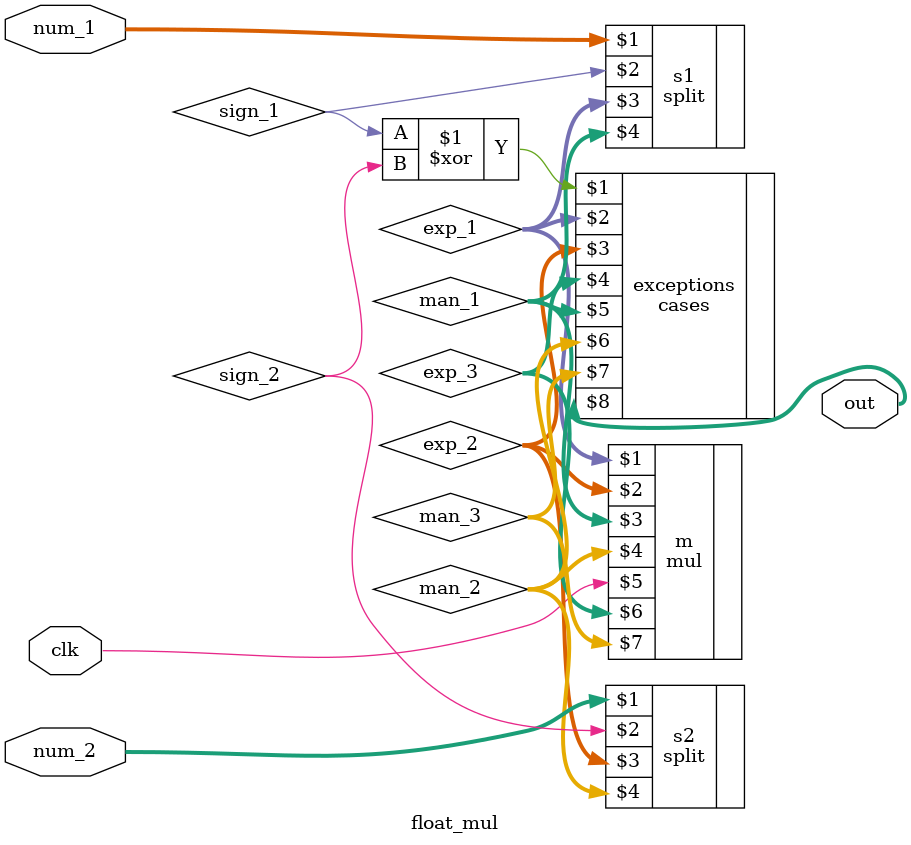
<source format=v>
`include"cases.v"
`include "split.v"
`include "multiply.v"

module float_mul (input [31:0]num_1 , input [31:0]num_2 , input clk, output [31:0]out);

    wire sign_1, sign_2;
    wire [7:0] exp_1, exp_2, exp_3;
    wire [22:0] man_1, man_2, man_3;
    split s1(num_1, sign_1, exp_1, man_1 );
    split s2(num_2, sign_2, exp_2, man_2 );
    mul m(exp_1, exp_2, man_1, man_2, clk , exp_3, man_3);
    cases exceptions(sign_1^sign_2, exp_1, exp_2,  exp_3, man_1, man_2, man_3, out);
endmodule

</source>
